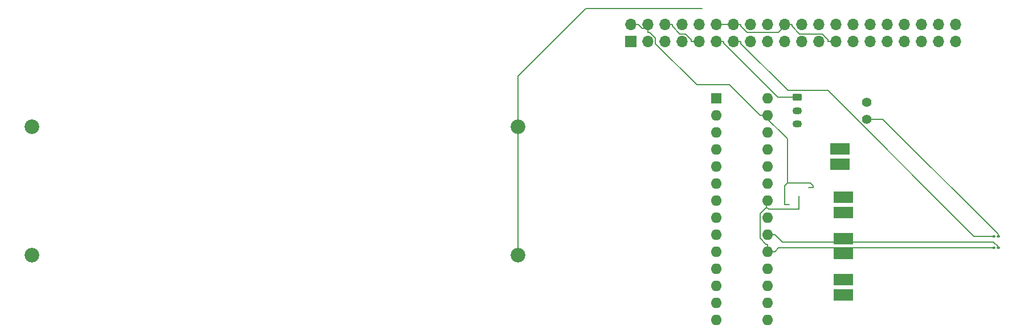
<source format=gtl>
G04 #@! TF.GenerationSoftware,KiCad,Pcbnew,8.0.5*
G04 #@! TF.CreationDate,2024-09-15T00:24:01-05:00*
G04 #@! TF.ProjectId,Lab1APCB,4c616231-4150-4434-922e-6b696361645f,rev?*
G04 #@! TF.SameCoordinates,Original*
G04 #@! TF.FileFunction,Copper,L1,Top*
G04 #@! TF.FilePolarity,Positive*
%FSLAX46Y46*%
G04 Gerber Fmt 4.6, Leading zero omitted, Abs format (unit mm)*
G04 Created by KiCad (PCBNEW 8.0.5) date 2024-09-15 00:24:01*
%MOMM*%
%LPD*%
G01*
G04 APERTURE LIST*
G04 Aperture macros list*
%AMRoundRect*
0 Rectangle with rounded corners*
0 $1 Rounding radius*
0 $2 $3 $4 $5 $6 $7 $8 $9 X,Y pos of 4 corners*
0 Add a 4 corners polygon primitive as box body*
4,1,4,$2,$3,$4,$5,$6,$7,$8,$9,$2,$3,0*
0 Add four circle primitives for the rounded corners*
1,1,$1+$1,$2,$3*
1,1,$1+$1,$4,$5*
1,1,$1+$1,$6,$7*
1,1,$1+$1,$8,$9*
0 Add four rect primitives between the rounded corners*
20,1,$1+$1,$2,$3,$4,$5,0*
20,1,$1+$1,$4,$5,$6,$7,0*
20,1,$1+$1,$6,$7,$8,$9,0*
20,1,$1+$1,$8,$9,$2,$3,0*%
G04 Aperture macros list end*
G04 #@! TA.AperFunction,ComponentPad*
%ADD10C,2.175000*%
G04 #@! TD*
G04 #@! TA.AperFunction,SMDPad,CuDef*
%ADD11R,3.000000X1.750000*%
G04 #@! TD*
G04 #@! TA.AperFunction,SMDPad,CuDef*
%ADD12RoundRect,0.100000X-0.130000X-0.100000X0.130000X-0.100000X0.130000X0.100000X-0.130000X0.100000X0*%
G04 #@! TD*
G04 #@! TA.AperFunction,ComponentPad*
%ADD13RoundRect,0.249700X-0.450300X-0.300300X0.450300X-0.300300X0.450300X0.300300X-0.450300X0.300300X0*%
G04 #@! TD*
G04 #@! TA.AperFunction,ComponentPad*
%ADD14O,1.400000X1.100000*%
G04 #@! TD*
G04 #@! TA.AperFunction,ComponentPad*
%ADD15C,1.400000*%
G04 #@! TD*
G04 #@! TA.AperFunction,ComponentPad*
%ADD16R,1.600000X1.600000*%
G04 #@! TD*
G04 #@! TA.AperFunction,ComponentPad*
%ADD17O,1.600000X1.600000*%
G04 #@! TD*
G04 #@! TA.AperFunction,ComponentPad*
%ADD18R,1.700000X1.700000*%
G04 #@! TD*
G04 #@! TA.AperFunction,ComponentPad*
%ADD19O,1.700000X1.700000*%
G04 #@! TD*
G04 #@! TA.AperFunction,Conductor*
%ADD20C,0.200000*%
G04 #@! TD*
G04 APERTURE END LIST*
D10*
X19390000Y-80565000D03*
X91610000Y-61435000D03*
X91610000Y-80565000D03*
X19390000Y-61435000D03*
D11*
X140000000Y-71950000D03*
X140000000Y-74200000D03*
D12*
X162335000Y-79500000D03*
X162975000Y-79500000D03*
X162335000Y-77750000D03*
X162975000Y-77750000D03*
D13*
X133115000Y-57030000D03*
D14*
X133115000Y-59030000D03*
X133115000Y-61030000D03*
D15*
X143415000Y-60300000D03*
X143415000Y-57760000D03*
D16*
X121100000Y-57175000D03*
D17*
X121100000Y-59715000D03*
X121100000Y-62255000D03*
X121100000Y-64795000D03*
X121100000Y-67335000D03*
X121100000Y-69875000D03*
X121100000Y-72415000D03*
X121100000Y-74955000D03*
X121100000Y-77495000D03*
X121100000Y-80035000D03*
X121100000Y-82575000D03*
X121100000Y-85115000D03*
X121100000Y-87655000D03*
X121100000Y-90195000D03*
X128720000Y-90195000D03*
X128720000Y-87655000D03*
X128720000Y-85115000D03*
X128720000Y-82575000D03*
X128720000Y-80035000D03*
X128720000Y-77495000D03*
X128720000Y-74955000D03*
X128720000Y-72415000D03*
X128720000Y-69875000D03*
X128720000Y-67335000D03*
X128720000Y-64795000D03*
X128720000Y-62255000D03*
X128720000Y-59715000D03*
X128720000Y-57175000D03*
D11*
X140000000Y-84250000D03*
X140000000Y-86500000D03*
X140000000Y-78100000D03*
X140000000Y-80350000D03*
X139500000Y-64750000D03*
X139500000Y-67000000D03*
D18*
X108370000Y-48770000D03*
D19*
X108370000Y-46230000D03*
X110910000Y-48770000D03*
X110910000Y-46230000D03*
X113450000Y-48770000D03*
X113450000Y-46230000D03*
X115990000Y-48770000D03*
X115990000Y-46230000D03*
X118530000Y-48770000D03*
X118530000Y-46230000D03*
X121070000Y-48770000D03*
X121070000Y-46230000D03*
X123610000Y-48770000D03*
X123610000Y-46230000D03*
X126150000Y-48770000D03*
X126150000Y-46230000D03*
X128690000Y-48770000D03*
X128690000Y-46230000D03*
X131230000Y-48770000D03*
X131230000Y-46230000D03*
X133770000Y-48770000D03*
X133770000Y-46230000D03*
X136310000Y-48770000D03*
X136310000Y-46230000D03*
X138850000Y-48770000D03*
X138850000Y-46230000D03*
X141390000Y-48770000D03*
X141390000Y-46230000D03*
X143930000Y-48770000D03*
X143930000Y-46230000D03*
X146470000Y-48770000D03*
X146470000Y-46230000D03*
X149010000Y-48770000D03*
X149010000Y-46230000D03*
X151550000Y-48770000D03*
X151550000Y-46230000D03*
X154090000Y-48770000D03*
X154090000Y-46230000D03*
X156630000Y-48770000D03*
X156630000Y-46230000D03*
D20*
X118530000Y-48770000D02*
X117378000Y-48770000D01*
X128720000Y-80035000D02*
X129822000Y-80035000D01*
X114602000Y-46230000D02*
X113450000Y-46230000D01*
X128581000Y-73444000D02*
X128864000Y-73726700D01*
X124762000Y-46498500D02*
X124762000Y-46230000D01*
X114602000Y-46498500D02*
X114602000Y-46230000D01*
X128581000Y-73444000D02*
X127610000Y-74415300D01*
X128720000Y-72965900D02*
X128581000Y-73105000D01*
X137698000Y-48770000D02*
X137698000Y-48482000D01*
X127610000Y-78051300D02*
X128492000Y-78933300D01*
X138850000Y-48770000D02*
X137698000Y-48770000D01*
X125684000Y-47420600D02*
X124762000Y-46498500D01*
X124762000Y-46230000D02*
X123610000Y-46230000D01*
X116515000Y-47618300D02*
X115722000Y-47618300D01*
X117378000Y-48770000D02*
X117378000Y-48482000D01*
X117378000Y-48482000D02*
X116515000Y-47618300D01*
X130341000Y-47420600D02*
X125684000Y-47420600D01*
X136835000Y-47618300D02*
X133502000Y-47618300D01*
X131230000Y-46230000D02*
X131531000Y-46230000D01*
X128492000Y-78933300D02*
X128720000Y-78933300D01*
X128581000Y-73105000D02*
X128581000Y-73444000D01*
X137698000Y-48482000D02*
X136835000Y-47618300D01*
X128720000Y-78933300D02*
X128720000Y-80035000D01*
X123610000Y-46230000D02*
X121070000Y-46230000D01*
X133502000Y-47618300D02*
X132382000Y-46498500D01*
X115722000Y-47618300D02*
X114602000Y-46498500D01*
X130357000Y-79500000D02*
X162335000Y-79500000D01*
X133355000Y-73726700D02*
X133355000Y-71775000D01*
X129822000Y-80035000D02*
X130357000Y-79500000D01*
X132382000Y-46230000D02*
X131531000Y-46230000D01*
X127610000Y-74415300D02*
X127610000Y-78051300D01*
X132382000Y-46498500D02*
X132382000Y-46230000D01*
X128720000Y-72415000D02*
X128720000Y-72965900D01*
X128864000Y-73726700D02*
X133355000Y-73726700D01*
X131531000Y-46230000D02*
X130341000Y-47420600D01*
X122222000Y-49023400D02*
X130228000Y-57030000D01*
X130228000Y-57030000D02*
X133115000Y-57030000D01*
X122222000Y-48770000D02*
X122222000Y-49023400D01*
X121070000Y-48770000D02*
X122222000Y-48770000D01*
X124762000Y-48770000D02*
X123610000Y-48770000D01*
X162335000Y-77750000D02*
X159404000Y-77750000D01*
X159404000Y-77750000D02*
X137688000Y-56033300D01*
X124762000Y-49057900D02*
X124762000Y-48770000D01*
X131737000Y-56033300D02*
X124762000Y-49057900D01*
X137688000Y-56033300D02*
X131737000Y-56033300D01*
X128720000Y-59715000D02*
X128169000Y-59715000D01*
X110910000Y-46805800D02*
X110098000Y-46805800D01*
X131905000Y-73025000D02*
X131253000Y-73025000D01*
X110910000Y-47381700D02*
X111198000Y-47381700D01*
X110910000Y-46805800D02*
X110910000Y-47381700D01*
X131253000Y-73025000D02*
X131253000Y-70263200D01*
X91610000Y-61435000D02*
X91610000Y-53931492D01*
X131253000Y-70263200D02*
X131693000Y-69823300D01*
X101691492Y-43850000D02*
X107000000Y-43850000D01*
X123088000Y-55184500D02*
X127618000Y-59715000D01*
X131693000Y-63239000D02*
X131693000Y-69823300D01*
X101691492Y-43850000D02*
X119000000Y-43850000D01*
X131693000Y-69823300D02*
X135050000Y-69823300D01*
X111198000Y-47381700D02*
X112062000Y-48245400D01*
X135050000Y-69823300D02*
X135457000Y-70230500D01*
X101691492Y-43850000D02*
X108500000Y-43850000D01*
X110910000Y-46230000D02*
X110910000Y-46805800D01*
X118199000Y-55184500D02*
X123088000Y-55184500D01*
X112062000Y-48245400D02*
X112062000Y-49047500D01*
X91610000Y-53931492D02*
X101691492Y-43850000D01*
X128169000Y-59715000D02*
X131693000Y-63239000D01*
X127618000Y-59715000D02*
X128169000Y-59715000D01*
X135457000Y-70230500D02*
X135457000Y-70525000D01*
X135457000Y-70525000D02*
X134805000Y-70525000D01*
X91610000Y-80565000D02*
X91610000Y-53931492D01*
X110098000Y-46805800D02*
X109522000Y-46230000D01*
X109522000Y-46230000D02*
X108370000Y-46230000D01*
X112062000Y-49047500D02*
X118199000Y-55184500D01*
X145799000Y-60300000D02*
X162975000Y-77475900D01*
X162975000Y-77475900D02*
X162975000Y-77750000D01*
X143415000Y-60300000D02*
X145799000Y-60300000D01*
X128720000Y-77495000D02*
X129822000Y-77495000D01*
X162975000Y-79320100D02*
X162975000Y-79500000D01*
X129822000Y-77495000D02*
X130923000Y-78596700D01*
X130923000Y-78596700D02*
X162252000Y-78596700D01*
X162252000Y-78596700D02*
X162975000Y-79320100D01*
M02*

</source>
